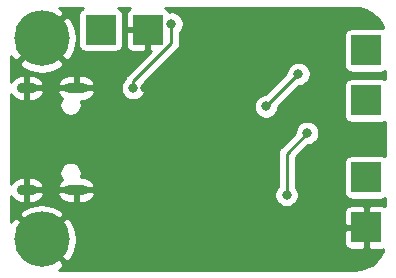
<source format=gbr>
%TF.GenerationSoftware,KiCad,Pcbnew,5.1.12-84ad8e8a86~92~ubuntu20.04.1*%
%TF.CreationDate,2023-07-09T10:21:26+02:00*%
%TF.ProjectId,tp5000_charger,74703530-3030-45f6-9368-61726765722e,rev?*%
%TF.SameCoordinates,Original*%
%TF.FileFunction,Copper,L2,Bot*%
%TF.FilePolarity,Positive*%
%FSLAX46Y46*%
G04 Gerber Fmt 4.6, Leading zero omitted, Abs format (unit mm)*
G04 Created by KiCad (PCBNEW 5.1.12-84ad8e8a86~92~ubuntu20.04.1) date 2023-07-09 10:21:26*
%MOMM*%
%LPD*%
G01*
G04 APERTURE LIST*
%TA.AperFunction,ComponentPad*%
%ADD10R,2.500000X2.500000*%
%TD*%
%TA.AperFunction,ComponentPad*%
%ADD11C,4.700000*%
%TD*%
%TA.AperFunction,ComponentPad*%
%ADD12O,2.000000X0.900000*%
%TD*%
%TA.AperFunction,ComponentPad*%
%ADD13O,1.700000X0.900000*%
%TD*%
%TA.AperFunction,ViaPad*%
%ADD14C,0.800000*%
%TD*%
%TA.AperFunction,Conductor*%
%ADD15C,0.250000*%
%TD*%
%TA.AperFunction,Conductor*%
%ADD16C,0.254000*%
%TD*%
%TA.AperFunction,Conductor*%
%ADD17C,0.100000*%
%TD*%
G04 APERTURE END LIST*
D10*
%TO.P,J2,1*%
%TO.N,GND*%
X113750000Y-128500000D03*
%TD*%
%TO.P,J6,1*%
%TO.N,B-*%
X113750000Y-124250000D03*
%TD*%
D11*
%TO.P,H2,1*%
%TO.N,GND*%
X86250000Y-129500000D03*
%TD*%
D12*
%TO.P,J7,S1*%
%TO.N,GND*%
X89180000Y-116680000D03*
X89180000Y-125320000D03*
D13*
X85010000Y-116680000D03*
X85010000Y-125320000D03*
%TD*%
D11*
%TO.P,H1,1*%
%TO.N,GND*%
X86250000Y-112500000D03*
%TD*%
D10*
%TO.P,J1,1*%
%TO.N,VIN*%
X91250000Y-111750000D03*
%TD*%
%TO.P,J3,1*%
%TO.N,B+*%
X113750000Y-113500000D03*
%TD*%
%TO.P,J4,1*%
%TO.N,GND*%
X95250000Y-111750000D03*
%TD*%
%TO.P,J5,1*%
%TO.N,B+*%
X113750000Y-117750000D03*
%TD*%
D14*
%TO.N,GND*%
X95000000Y-116650000D03*
X93250000Y-131500000D03*
X102500000Y-131250000D03*
X108500000Y-129250000D03*
X107500000Y-129250000D03*
X94750000Y-123500000D03*
X98000000Y-119500000D03*
X99500000Y-117500000D03*
X103250000Y-115250000D03*
X104500000Y-114000000D03*
X90900000Y-117768794D03*
X91000000Y-124250000D03*
%TO.N,Net-(C4-Pad1)*%
X105250000Y-118250000D03*
X108000000Y-115500000D03*
%TO.N,Net-(D2-Pad1)*%
X94001285Y-116700723D03*
X97250000Y-111250000D03*
%TO.N,Net-(U2-Pad3)*%
X108750000Y-120500000D03*
X107000000Y-125750000D03*
%TD*%
D15*
%TO.N,Net-(C4-Pad1)*%
X105250000Y-118250000D02*
X108000000Y-115500000D01*
%TO.N,Net-(D2-Pad1)*%
X97250000Y-112886323D02*
X97250000Y-111250000D01*
X94001285Y-116135038D02*
X97250000Y-112886323D01*
X94001285Y-116700723D02*
X94001285Y-116135038D01*
%TO.N,Net-(U2-Pad3)*%
X107000000Y-122250000D02*
X107000000Y-125750000D01*
X108750000Y-120500000D02*
X107000000Y-122250000D01*
%TD*%
D16*
%TO.N,GND*%
X113254317Y-109953014D02*
X113739427Y-110099477D01*
X114186844Y-110337372D01*
X114579536Y-110657645D01*
X114902542Y-111048093D01*
X115143558Y-111493841D01*
X115190066Y-111644083D01*
X115124482Y-111624188D01*
X115000000Y-111611928D01*
X112500000Y-111611928D01*
X112375518Y-111624188D01*
X112255820Y-111660498D01*
X112145506Y-111719463D01*
X112048815Y-111798815D01*
X111969463Y-111895506D01*
X111910498Y-112005820D01*
X111874188Y-112125518D01*
X111861928Y-112250000D01*
X111861928Y-114750000D01*
X111874188Y-114874482D01*
X111910498Y-114994180D01*
X111969463Y-115104494D01*
X112048815Y-115201185D01*
X112145506Y-115280537D01*
X112255820Y-115339502D01*
X112375518Y-115375812D01*
X112500000Y-115388072D01*
X115000000Y-115388072D01*
X115124482Y-115375812D01*
X115244180Y-115339502D01*
X115339999Y-115288285D01*
X115339999Y-115961715D01*
X115244180Y-115910498D01*
X115124482Y-115874188D01*
X115000000Y-115861928D01*
X112500000Y-115861928D01*
X112375518Y-115874188D01*
X112255820Y-115910498D01*
X112145506Y-115969463D01*
X112048815Y-116048815D01*
X111969463Y-116145506D01*
X111910498Y-116255820D01*
X111874188Y-116375518D01*
X111861928Y-116500000D01*
X111861928Y-119000000D01*
X111874188Y-119124482D01*
X111910498Y-119244180D01*
X111969463Y-119354494D01*
X112048815Y-119451185D01*
X112145506Y-119530537D01*
X112255820Y-119589502D01*
X112375518Y-119625812D01*
X112500000Y-119638072D01*
X115000000Y-119638072D01*
X115124482Y-119625812D01*
X115244180Y-119589502D01*
X115340000Y-119538284D01*
X115340000Y-122461716D01*
X115244180Y-122410498D01*
X115124482Y-122374188D01*
X115000000Y-122361928D01*
X112500000Y-122361928D01*
X112375518Y-122374188D01*
X112255820Y-122410498D01*
X112145506Y-122469463D01*
X112048815Y-122548815D01*
X111969463Y-122645506D01*
X111910498Y-122755820D01*
X111874188Y-122875518D01*
X111861928Y-123000000D01*
X111861928Y-125500000D01*
X111874188Y-125624482D01*
X111910498Y-125744180D01*
X111969463Y-125854494D01*
X112048815Y-125951185D01*
X112145506Y-126030537D01*
X112255820Y-126089502D01*
X112375518Y-126125812D01*
X112500000Y-126138072D01*
X115000000Y-126138072D01*
X115124482Y-126125812D01*
X115244180Y-126089502D01*
X115340001Y-126038284D01*
X115340001Y-126711716D01*
X115244180Y-126660498D01*
X115124482Y-126624188D01*
X115000000Y-126611928D01*
X114035750Y-126615000D01*
X113877000Y-126773750D01*
X113877000Y-128373000D01*
X113897000Y-128373000D01*
X113897000Y-128627000D01*
X113877000Y-128627000D01*
X113877000Y-130226250D01*
X114035750Y-130385000D01*
X115000000Y-130388072D01*
X115124482Y-130375812D01*
X115179923Y-130358994D01*
X115141648Y-130485768D01*
X114904630Y-130931533D01*
X114585543Y-131322771D01*
X114196538Y-131644584D01*
X113752440Y-131884707D01*
X113270155Y-132034000D01*
X112737352Y-132090000D01*
X87738590Y-132090000D01*
X87908702Y-131999073D01*
X88166863Y-131596468D01*
X86250000Y-129679605D01*
X86235858Y-129693748D01*
X86056253Y-129514143D01*
X86070395Y-129500000D01*
X86429605Y-129500000D01*
X88346468Y-131416863D01*
X88749073Y-131158702D01*
X89024651Y-130639285D01*
X89193601Y-130076087D01*
X89224702Y-129750000D01*
X111861928Y-129750000D01*
X111874188Y-129874482D01*
X111910498Y-129994180D01*
X111969463Y-130104494D01*
X112048815Y-130201185D01*
X112145506Y-130280537D01*
X112255820Y-130339502D01*
X112375518Y-130375812D01*
X112500000Y-130388072D01*
X113464250Y-130385000D01*
X113623000Y-130226250D01*
X113623000Y-128627000D01*
X112023750Y-128627000D01*
X111865000Y-128785750D01*
X111861928Y-129750000D01*
X89224702Y-129750000D01*
X89249430Y-129490750D01*
X89189992Y-128905767D01*
X89017571Y-128343621D01*
X88749073Y-127841298D01*
X88346468Y-127583137D01*
X86429605Y-129500000D01*
X86070395Y-129500000D01*
X84153532Y-127583137D01*
X83750927Y-127841298D01*
X83660000Y-128012680D01*
X83660000Y-127403532D01*
X84333137Y-127403532D01*
X86250000Y-129320395D01*
X88166863Y-127403532D01*
X88068415Y-127250000D01*
X111861928Y-127250000D01*
X111865000Y-128214250D01*
X112023750Y-128373000D01*
X113623000Y-128373000D01*
X113623000Y-126773750D01*
X113464250Y-126615000D01*
X112500000Y-126611928D01*
X112375518Y-126624188D01*
X112255820Y-126660498D01*
X112145506Y-126719463D01*
X112048815Y-126798815D01*
X111969463Y-126895506D01*
X111910498Y-127005820D01*
X111874188Y-127125518D01*
X111861928Y-127250000D01*
X88068415Y-127250000D01*
X87908702Y-127000927D01*
X87389285Y-126725349D01*
X86826087Y-126556399D01*
X86240750Y-126500570D01*
X85655767Y-126560008D01*
X85093621Y-126732429D01*
X84591298Y-127000927D01*
X84333137Y-127403532D01*
X83660000Y-127403532D01*
X83660000Y-125852561D01*
X83752986Y-125997408D01*
X83901609Y-126151587D01*
X84077455Y-126273809D01*
X84273767Y-126359376D01*
X84483000Y-126405000D01*
X84883000Y-126405000D01*
X84883000Y-125447000D01*
X85137000Y-125447000D01*
X85137000Y-126405000D01*
X85537000Y-126405000D01*
X85746233Y-126359376D01*
X85942545Y-126273809D01*
X86118391Y-126151587D01*
X86267014Y-125997408D01*
X86382702Y-125817197D01*
X86454408Y-125614001D01*
X87585592Y-125614001D01*
X87657298Y-125817197D01*
X87772986Y-125997408D01*
X87921609Y-126151587D01*
X88097455Y-126273809D01*
X88293767Y-126359376D01*
X88503000Y-126405000D01*
X89053000Y-126405000D01*
X89053000Y-125447000D01*
X89307000Y-125447000D01*
X89307000Y-126405000D01*
X89857000Y-126405000D01*
X90066233Y-126359376D01*
X90262545Y-126273809D01*
X90438391Y-126151587D01*
X90587014Y-125997408D01*
X90702702Y-125817197D01*
X90762388Y-125648061D01*
X105965000Y-125648061D01*
X105965000Y-125851939D01*
X106004774Y-126051898D01*
X106082795Y-126240256D01*
X106196063Y-126409774D01*
X106340226Y-126553937D01*
X106509744Y-126667205D01*
X106698102Y-126745226D01*
X106898061Y-126785000D01*
X107101939Y-126785000D01*
X107301898Y-126745226D01*
X107490256Y-126667205D01*
X107659774Y-126553937D01*
X107803937Y-126409774D01*
X107917205Y-126240256D01*
X107995226Y-126051898D01*
X108035000Y-125851939D01*
X108035000Y-125648061D01*
X107995226Y-125448102D01*
X107917205Y-125259744D01*
X107803937Y-125090226D01*
X107760000Y-125046289D01*
X107760000Y-122564801D01*
X108789802Y-121535000D01*
X108851939Y-121535000D01*
X109051898Y-121495226D01*
X109240256Y-121417205D01*
X109409774Y-121303937D01*
X109553937Y-121159774D01*
X109667205Y-120990256D01*
X109745226Y-120801898D01*
X109785000Y-120601939D01*
X109785000Y-120398061D01*
X109745226Y-120198102D01*
X109667205Y-120009744D01*
X109553937Y-119840226D01*
X109409774Y-119696063D01*
X109240256Y-119582795D01*
X109051898Y-119504774D01*
X108851939Y-119465000D01*
X108648061Y-119465000D01*
X108448102Y-119504774D01*
X108259744Y-119582795D01*
X108090226Y-119696063D01*
X107946063Y-119840226D01*
X107832795Y-120009744D01*
X107754774Y-120198102D01*
X107715000Y-120398061D01*
X107715000Y-120460198D01*
X106489003Y-121686196D01*
X106459999Y-121709999D01*
X106404871Y-121777174D01*
X106365026Y-121825724D01*
X106294455Y-121957753D01*
X106294454Y-121957754D01*
X106250997Y-122101015D01*
X106240000Y-122212668D01*
X106240000Y-122212678D01*
X106236324Y-122250000D01*
X106240000Y-122287323D01*
X106240001Y-125046288D01*
X106196063Y-125090226D01*
X106082795Y-125259744D01*
X106004774Y-125448102D01*
X105965000Y-125648061D01*
X90762388Y-125648061D01*
X90774408Y-125614001D01*
X90647502Y-125447000D01*
X89307000Y-125447000D01*
X89053000Y-125447000D01*
X87712498Y-125447000D01*
X87585592Y-125614001D01*
X86454408Y-125614001D01*
X86327502Y-125447000D01*
X85137000Y-125447000D01*
X84883000Y-125447000D01*
X84863000Y-125447000D01*
X84863000Y-125193000D01*
X84883000Y-125193000D01*
X84883000Y-124235000D01*
X85137000Y-124235000D01*
X85137000Y-125193000D01*
X86327502Y-125193000D01*
X86454408Y-125025999D01*
X87585592Y-125025999D01*
X87712498Y-125193000D01*
X89053000Y-125193000D01*
X89053000Y-125173000D01*
X89307000Y-125173000D01*
X89307000Y-125193000D01*
X90647502Y-125193000D01*
X90774408Y-125025999D01*
X90702702Y-124822803D01*
X90587014Y-124642592D01*
X90438391Y-124488413D01*
X90262545Y-124366191D01*
X90066233Y-124280624D01*
X89857000Y-124235000D01*
X89569133Y-124235000D01*
X89599068Y-124162729D01*
X89635000Y-123982089D01*
X89635000Y-123797911D01*
X89599068Y-123617271D01*
X89528586Y-123447111D01*
X89426262Y-123293972D01*
X89296028Y-123163738D01*
X89142889Y-123061414D01*
X88972729Y-122990932D01*
X88792089Y-122955000D01*
X88607911Y-122955000D01*
X88427271Y-122990932D01*
X88257111Y-123061414D01*
X88103972Y-123163738D01*
X87973738Y-123293972D01*
X87871414Y-123447111D01*
X87800932Y-123617271D01*
X87765000Y-123797911D01*
X87765000Y-123982089D01*
X87800932Y-124162729D01*
X87871414Y-124332889D01*
X87958294Y-124462915D01*
X87921609Y-124488413D01*
X87772986Y-124642592D01*
X87657298Y-124822803D01*
X87585592Y-125025999D01*
X86454408Y-125025999D01*
X86382702Y-124822803D01*
X86267014Y-124642592D01*
X86118391Y-124488413D01*
X85942545Y-124366191D01*
X85746233Y-124280624D01*
X85537000Y-124235000D01*
X85137000Y-124235000D01*
X84883000Y-124235000D01*
X84483000Y-124235000D01*
X84273767Y-124280624D01*
X84077455Y-124366191D01*
X83901609Y-124488413D01*
X83752986Y-124642592D01*
X83660000Y-124787439D01*
X83660000Y-117212561D01*
X83752986Y-117357408D01*
X83901609Y-117511587D01*
X84077455Y-117633809D01*
X84273767Y-117719376D01*
X84483000Y-117765000D01*
X84883000Y-117765000D01*
X84883000Y-116807000D01*
X85137000Y-116807000D01*
X85137000Y-117765000D01*
X85537000Y-117765000D01*
X85746233Y-117719376D01*
X85942545Y-117633809D01*
X86118391Y-117511587D01*
X86267014Y-117357408D01*
X86382702Y-117177197D01*
X86454408Y-116974001D01*
X87585592Y-116974001D01*
X87657298Y-117177197D01*
X87772986Y-117357408D01*
X87921609Y-117511587D01*
X87958294Y-117537085D01*
X87871414Y-117667111D01*
X87800932Y-117837271D01*
X87765000Y-118017911D01*
X87765000Y-118202089D01*
X87800932Y-118382729D01*
X87871414Y-118552889D01*
X87973738Y-118706028D01*
X88103972Y-118836262D01*
X88257111Y-118938586D01*
X88427271Y-119009068D01*
X88607911Y-119045000D01*
X88792089Y-119045000D01*
X88972729Y-119009068D01*
X89142889Y-118938586D01*
X89296028Y-118836262D01*
X89426262Y-118706028D01*
X89528586Y-118552889D01*
X89599068Y-118382729D01*
X89635000Y-118202089D01*
X89635000Y-118148061D01*
X104215000Y-118148061D01*
X104215000Y-118351939D01*
X104254774Y-118551898D01*
X104332795Y-118740256D01*
X104446063Y-118909774D01*
X104590226Y-119053937D01*
X104759744Y-119167205D01*
X104948102Y-119245226D01*
X105148061Y-119285000D01*
X105351939Y-119285000D01*
X105551898Y-119245226D01*
X105740256Y-119167205D01*
X105909774Y-119053937D01*
X106053937Y-118909774D01*
X106167205Y-118740256D01*
X106245226Y-118551898D01*
X106285000Y-118351939D01*
X106285000Y-118289801D01*
X108039802Y-116535000D01*
X108101939Y-116535000D01*
X108301898Y-116495226D01*
X108490256Y-116417205D01*
X108659774Y-116303937D01*
X108803937Y-116159774D01*
X108917205Y-115990256D01*
X108995226Y-115801898D01*
X109035000Y-115601939D01*
X109035000Y-115398061D01*
X108995226Y-115198102D01*
X108917205Y-115009744D01*
X108803937Y-114840226D01*
X108659774Y-114696063D01*
X108490256Y-114582795D01*
X108301898Y-114504774D01*
X108101939Y-114465000D01*
X107898061Y-114465000D01*
X107698102Y-114504774D01*
X107509744Y-114582795D01*
X107340226Y-114696063D01*
X107196063Y-114840226D01*
X107082795Y-115009744D01*
X107004774Y-115198102D01*
X106965000Y-115398061D01*
X106965000Y-115460198D01*
X105210199Y-117215000D01*
X105148061Y-117215000D01*
X104948102Y-117254774D01*
X104759744Y-117332795D01*
X104590226Y-117446063D01*
X104446063Y-117590226D01*
X104332795Y-117759744D01*
X104254774Y-117948102D01*
X104215000Y-118148061D01*
X89635000Y-118148061D01*
X89635000Y-118017911D01*
X89599068Y-117837271D01*
X89569133Y-117765000D01*
X89857000Y-117765000D01*
X90066233Y-117719376D01*
X90262545Y-117633809D01*
X90438391Y-117511587D01*
X90587014Y-117357408D01*
X90702702Y-117177197D01*
X90774408Y-116974001D01*
X90647502Y-116807000D01*
X89307000Y-116807000D01*
X89307000Y-116827000D01*
X89053000Y-116827000D01*
X89053000Y-116807000D01*
X87712498Y-116807000D01*
X87585592Y-116974001D01*
X86454408Y-116974001D01*
X86327502Y-116807000D01*
X85137000Y-116807000D01*
X84883000Y-116807000D01*
X84863000Y-116807000D01*
X84863000Y-116553000D01*
X84883000Y-116553000D01*
X84883000Y-115595000D01*
X85137000Y-115595000D01*
X85137000Y-116553000D01*
X86327502Y-116553000D01*
X86454408Y-116385999D01*
X87585592Y-116385999D01*
X87712498Y-116553000D01*
X89053000Y-116553000D01*
X89053000Y-115595000D01*
X89307000Y-115595000D01*
X89307000Y-116553000D01*
X90647502Y-116553000D01*
X90774408Y-116385999D01*
X90702702Y-116182803D01*
X90587014Y-116002592D01*
X90438391Y-115848413D01*
X90262545Y-115726191D01*
X90066233Y-115640624D01*
X89857000Y-115595000D01*
X89307000Y-115595000D01*
X89053000Y-115595000D01*
X88503000Y-115595000D01*
X88293767Y-115640624D01*
X88097455Y-115726191D01*
X87921609Y-115848413D01*
X87772986Y-116002592D01*
X87657298Y-116182803D01*
X87585592Y-116385999D01*
X86454408Y-116385999D01*
X86382702Y-116182803D01*
X86267014Y-116002592D01*
X86118391Y-115848413D01*
X85942545Y-115726191D01*
X85746233Y-115640624D01*
X85537000Y-115595000D01*
X85137000Y-115595000D01*
X84883000Y-115595000D01*
X84483000Y-115595000D01*
X84273767Y-115640624D01*
X84077455Y-115726191D01*
X83901609Y-115848413D01*
X83752986Y-116002592D01*
X83660000Y-116147439D01*
X83660000Y-114596468D01*
X84333137Y-114596468D01*
X84591298Y-114999073D01*
X85110715Y-115274651D01*
X85673913Y-115443601D01*
X86259250Y-115499430D01*
X86844233Y-115439992D01*
X87406379Y-115267571D01*
X87908702Y-114999073D01*
X88166863Y-114596468D01*
X86250000Y-112679605D01*
X84333137Y-114596468D01*
X83660000Y-114596468D01*
X83660000Y-113988590D01*
X83750927Y-114158702D01*
X84153532Y-114416863D01*
X86070395Y-112500000D01*
X86429605Y-112500000D01*
X88346468Y-114416863D01*
X88749073Y-114158702D01*
X89024651Y-113639285D01*
X89193601Y-113076087D01*
X89249430Y-112490750D01*
X89189992Y-111905767D01*
X89017571Y-111343621D01*
X88749073Y-110841298D01*
X88346468Y-110583137D01*
X86429605Y-112500000D01*
X86070395Y-112500000D01*
X86056253Y-112485858D01*
X86235858Y-112306253D01*
X86250000Y-112320395D01*
X88166863Y-110403532D01*
X87908702Y-110000927D01*
X87736304Y-109909461D01*
X89761657Y-109908727D01*
X89755820Y-109910498D01*
X89645506Y-109969463D01*
X89548815Y-110048815D01*
X89469463Y-110145506D01*
X89410498Y-110255820D01*
X89374188Y-110375518D01*
X89361928Y-110500000D01*
X89361928Y-113000000D01*
X89374188Y-113124482D01*
X89410498Y-113244180D01*
X89469463Y-113354494D01*
X89548815Y-113451185D01*
X89645506Y-113530537D01*
X89755820Y-113589502D01*
X89875518Y-113625812D01*
X90000000Y-113638072D01*
X92500000Y-113638072D01*
X92624482Y-113625812D01*
X92744180Y-113589502D01*
X92854494Y-113530537D01*
X92951185Y-113451185D01*
X93030537Y-113354494D01*
X93089502Y-113244180D01*
X93125812Y-113124482D01*
X93138072Y-113000000D01*
X93361928Y-113000000D01*
X93374188Y-113124482D01*
X93410498Y-113244180D01*
X93469463Y-113354494D01*
X93548815Y-113451185D01*
X93645506Y-113530537D01*
X93755820Y-113589502D01*
X93875518Y-113625812D01*
X94000000Y-113638072D01*
X94964250Y-113635000D01*
X95123000Y-113476250D01*
X95123000Y-111877000D01*
X93523750Y-111877000D01*
X93365000Y-112035750D01*
X93361928Y-113000000D01*
X93138072Y-113000000D01*
X93138072Y-110500000D01*
X93125812Y-110375518D01*
X93089502Y-110255820D01*
X93030537Y-110145506D01*
X92951185Y-110048815D01*
X92854494Y-109969463D01*
X92744180Y-109910498D01*
X92734792Y-109907650D01*
X93766440Y-109907277D01*
X93755820Y-109910498D01*
X93645506Y-109969463D01*
X93548815Y-110048815D01*
X93469463Y-110145506D01*
X93410498Y-110255820D01*
X93374188Y-110375518D01*
X93361928Y-110500000D01*
X93365000Y-111464250D01*
X93523750Y-111623000D01*
X95123000Y-111623000D01*
X95123000Y-111603000D01*
X95377000Y-111603000D01*
X95377000Y-111623000D01*
X95397000Y-111623000D01*
X95397000Y-111877000D01*
X95377000Y-111877000D01*
X95377000Y-113476250D01*
X95481136Y-113580386D01*
X93490283Y-115571239D01*
X93461285Y-115595037D01*
X93437487Y-115624035D01*
X93437486Y-115624036D01*
X93366311Y-115710762D01*
X93327422Y-115783518D01*
X93295739Y-115842791D01*
X93252298Y-115985999D01*
X93197348Y-116040949D01*
X93084080Y-116210467D01*
X93006059Y-116398825D01*
X92966285Y-116598784D01*
X92966285Y-116802662D01*
X93006059Y-117002621D01*
X93084080Y-117190979D01*
X93197348Y-117360497D01*
X93341511Y-117504660D01*
X93511029Y-117617928D01*
X93699387Y-117695949D01*
X93899346Y-117735723D01*
X94103224Y-117735723D01*
X94303183Y-117695949D01*
X94491541Y-117617928D01*
X94661059Y-117504660D01*
X94805222Y-117360497D01*
X94918490Y-117190979D01*
X94996511Y-117002621D01*
X95036285Y-116802662D01*
X95036285Y-116598784D01*
X94996511Y-116398825D01*
X94942556Y-116268568D01*
X97761004Y-113450121D01*
X97790001Y-113426324D01*
X97884974Y-113310599D01*
X97955546Y-113178570D01*
X97999003Y-113035309D01*
X98010000Y-112923656D01*
X98010000Y-112923646D01*
X98013676Y-112886323D01*
X98010000Y-112849000D01*
X98010000Y-111953711D01*
X98053937Y-111909774D01*
X98167205Y-111740256D01*
X98245226Y-111551898D01*
X98285000Y-111351939D01*
X98285000Y-111148061D01*
X98245226Y-110948102D01*
X98167205Y-110759744D01*
X98053937Y-110590226D01*
X97909774Y-110446063D01*
X97740256Y-110332795D01*
X97551898Y-110254774D01*
X97351939Y-110215000D01*
X97148061Y-110215000D01*
X97075408Y-110229452D01*
X97030537Y-110145506D01*
X96951185Y-110048815D01*
X96854494Y-109969463D01*
X96744180Y-109910498D01*
X96730021Y-109906203D01*
X112717839Y-109900411D01*
X113254317Y-109953014D01*
%TA.AperFunction,Conductor*%
D17*
G36*
X113254317Y-109953014D02*
G01*
X113739427Y-110099477D01*
X114186844Y-110337372D01*
X114579536Y-110657645D01*
X114902542Y-111048093D01*
X115143558Y-111493841D01*
X115190066Y-111644083D01*
X115124482Y-111624188D01*
X115000000Y-111611928D01*
X112500000Y-111611928D01*
X112375518Y-111624188D01*
X112255820Y-111660498D01*
X112145506Y-111719463D01*
X112048815Y-111798815D01*
X111969463Y-111895506D01*
X111910498Y-112005820D01*
X111874188Y-112125518D01*
X111861928Y-112250000D01*
X111861928Y-114750000D01*
X111874188Y-114874482D01*
X111910498Y-114994180D01*
X111969463Y-115104494D01*
X112048815Y-115201185D01*
X112145506Y-115280537D01*
X112255820Y-115339502D01*
X112375518Y-115375812D01*
X112500000Y-115388072D01*
X115000000Y-115388072D01*
X115124482Y-115375812D01*
X115244180Y-115339502D01*
X115339999Y-115288285D01*
X115339999Y-115961715D01*
X115244180Y-115910498D01*
X115124482Y-115874188D01*
X115000000Y-115861928D01*
X112500000Y-115861928D01*
X112375518Y-115874188D01*
X112255820Y-115910498D01*
X112145506Y-115969463D01*
X112048815Y-116048815D01*
X111969463Y-116145506D01*
X111910498Y-116255820D01*
X111874188Y-116375518D01*
X111861928Y-116500000D01*
X111861928Y-119000000D01*
X111874188Y-119124482D01*
X111910498Y-119244180D01*
X111969463Y-119354494D01*
X112048815Y-119451185D01*
X112145506Y-119530537D01*
X112255820Y-119589502D01*
X112375518Y-119625812D01*
X112500000Y-119638072D01*
X115000000Y-119638072D01*
X115124482Y-119625812D01*
X115244180Y-119589502D01*
X115340000Y-119538284D01*
X115340000Y-122461716D01*
X115244180Y-122410498D01*
X115124482Y-122374188D01*
X115000000Y-122361928D01*
X112500000Y-122361928D01*
X112375518Y-122374188D01*
X112255820Y-122410498D01*
X112145506Y-122469463D01*
X112048815Y-122548815D01*
X111969463Y-122645506D01*
X111910498Y-122755820D01*
X111874188Y-122875518D01*
X111861928Y-123000000D01*
X111861928Y-125500000D01*
X111874188Y-125624482D01*
X111910498Y-125744180D01*
X111969463Y-125854494D01*
X112048815Y-125951185D01*
X112145506Y-126030537D01*
X112255820Y-126089502D01*
X112375518Y-126125812D01*
X112500000Y-126138072D01*
X115000000Y-126138072D01*
X115124482Y-126125812D01*
X115244180Y-126089502D01*
X115340001Y-126038284D01*
X115340001Y-126711716D01*
X115244180Y-126660498D01*
X115124482Y-126624188D01*
X115000000Y-126611928D01*
X114035750Y-126615000D01*
X113877000Y-126773750D01*
X113877000Y-128373000D01*
X113897000Y-128373000D01*
X113897000Y-128627000D01*
X113877000Y-128627000D01*
X113877000Y-130226250D01*
X114035750Y-130385000D01*
X115000000Y-130388072D01*
X115124482Y-130375812D01*
X115179923Y-130358994D01*
X115141648Y-130485768D01*
X114904630Y-130931533D01*
X114585543Y-131322771D01*
X114196538Y-131644584D01*
X113752440Y-131884707D01*
X113270155Y-132034000D01*
X112737352Y-132090000D01*
X87738590Y-132090000D01*
X87908702Y-131999073D01*
X88166863Y-131596468D01*
X86250000Y-129679605D01*
X86235858Y-129693748D01*
X86056253Y-129514143D01*
X86070395Y-129500000D01*
X86429605Y-129500000D01*
X88346468Y-131416863D01*
X88749073Y-131158702D01*
X89024651Y-130639285D01*
X89193601Y-130076087D01*
X89224702Y-129750000D01*
X111861928Y-129750000D01*
X111874188Y-129874482D01*
X111910498Y-129994180D01*
X111969463Y-130104494D01*
X112048815Y-130201185D01*
X112145506Y-130280537D01*
X112255820Y-130339502D01*
X112375518Y-130375812D01*
X112500000Y-130388072D01*
X113464250Y-130385000D01*
X113623000Y-130226250D01*
X113623000Y-128627000D01*
X112023750Y-128627000D01*
X111865000Y-128785750D01*
X111861928Y-129750000D01*
X89224702Y-129750000D01*
X89249430Y-129490750D01*
X89189992Y-128905767D01*
X89017571Y-128343621D01*
X88749073Y-127841298D01*
X88346468Y-127583137D01*
X86429605Y-129500000D01*
X86070395Y-129500000D01*
X84153532Y-127583137D01*
X83750927Y-127841298D01*
X83660000Y-128012680D01*
X83660000Y-127403532D01*
X84333137Y-127403532D01*
X86250000Y-129320395D01*
X88166863Y-127403532D01*
X88068415Y-127250000D01*
X111861928Y-127250000D01*
X111865000Y-128214250D01*
X112023750Y-128373000D01*
X113623000Y-128373000D01*
X113623000Y-126773750D01*
X113464250Y-126615000D01*
X112500000Y-126611928D01*
X112375518Y-126624188D01*
X112255820Y-126660498D01*
X112145506Y-126719463D01*
X112048815Y-126798815D01*
X111969463Y-126895506D01*
X111910498Y-127005820D01*
X111874188Y-127125518D01*
X111861928Y-127250000D01*
X88068415Y-127250000D01*
X87908702Y-127000927D01*
X87389285Y-126725349D01*
X86826087Y-126556399D01*
X86240750Y-126500570D01*
X85655767Y-126560008D01*
X85093621Y-126732429D01*
X84591298Y-127000927D01*
X84333137Y-127403532D01*
X83660000Y-127403532D01*
X83660000Y-125852561D01*
X83752986Y-125997408D01*
X83901609Y-126151587D01*
X84077455Y-126273809D01*
X84273767Y-126359376D01*
X84483000Y-126405000D01*
X84883000Y-126405000D01*
X84883000Y-125447000D01*
X85137000Y-125447000D01*
X85137000Y-126405000D01*
X85537000Y-126405000D01*
X85746233Y-126359376D01*
X85942545Y-126273809D01*
X86118391Y-126151587D01*
X86267014Y-125997408D01*
X86382702Y-125817197D01*
X86454408Y-125614001D01*
X87585592Y-125614001D01*
X87657298Y-125817197D01*
X87772986Y-125997408D01*
X87921609Y-126151587D01*
X88097455Y-126273809D01*
X88293767Y-126359376D01*
X88503000Y-126405000D01*
X89053000Y-126405000D01*
X89053000Y-125447000D01*
X89307000Y-125447000D01*
X89307000Y-126405000D01*
X89857000Y-126405000D01*
X90066233Y-126359376D01*
X90262545Y-126273809D01*
X90438391Y-126151587D01*
X90587014Y-125997408D01*
X90702702Y-125817197D01*
X90762388Y-125648061D01*
X105965000Y-125648061D01*
X105965000Y-125851939D01*
X106004774Y-126051898D01*
X106082795Y-126240256D01*
X106196063Y-126409774D01*
X106340226Y-126553937D01*
X106509744Y-126667205D01*
X106698102Y-126745226D01*
X106898061Y-126785000D01*
X107101939Y-126785000D01*
X107301898Y-126745226D01*
X107490256Y-126667205D01*
X107659774Y-126553937D01*
X107803937Y-126409774D01*
X107917205Y-126240256D01*
X107995226Y-126051898D01*
X108035000Y-125851939D01*
X108035000Y-125648061D01*
X107995226Y-125448102D01*
X107917205Y-125259744D01*
X107803937Y-125090226D01*
X107760000Y-125046289D01*
X107760000Y-122564801D01*
X108789802Y-121535000D01*
X108851939Y-121535000D01*
X109051898Y-121495226D01*
X109240256Y-121417205D01*
X109409774Y-121303937D01*
X109553937Y-121159774D01*
X109667205Y-120990256D01*
X109745226Y-120801898D01*
X109785000Y-120601939D01*
X109785000Y-120398061D01*
X109745226Y-120198102D01*
X109667205Y-120009744D01*
X109553937Y-119840226D01*
X109409774Y-119696063D01*
X109240256Y-119582795D01*
X109051898Y-119504774D01*
X108851939Y-119465000D01*
X108648061Y-119465000D01*
X108448102Y-119504774D01*
X108259744Y-119582795D01*
X108090226Y-119696063D01*
X107946063Y-119840226D01*
X107832795Y-120009744D01*
X107754774Y-120198102D01*
X107715000Y-120398061D01*
X107715000Y-120460198D01*
X106489003Y-121686196D01*
X106459999Y-121709999D01*
X106404871Y-121777174D01*
X106365026Y-121825724D01*
X106294455Y-121957753D01*
X106294454Y-121957754D01*
X106250997Y-122101015D01*
X106240000Y-122212668D01*
X106240000Y-122212678D01*
X106236324Y-122250000D01*
X106240000Y-122287323D01*
X106240001Y-125046288D01*
X106196063Y-125090226D01*
X106082795Y-125259744D01*
X106004774Y-125448102D01*
X105965000Y-125648061D01*
X90762388Y-125648061D01*
X90774408Y-125614001D01*
X90647502Y-125447000D01*
X89307000Y-125447000D01*
X89053000Y-125447000D01*
X87712498Y-125447000D01*
X87585592Y-125614001D01*
X86454408Y-125614001D01*
X86327502Y-125447000D01*
X85137000Y-125447000D01*
X84883000Y-125447000D01*
X84863000Y-125447000D01*
X84863000Y-125193000D01*
X84883000Y-125193000D01*
X84883000Y-124235000D01*
X85137000Y-124235000D01*
X85137000Y-125193000D01*
X86327502Y-125193000D01*
X86454408Y-125025999D01*
X87585592Y-125025999D01*
X87712498Y-125193000D01*
X89053000Y-125193000D01*
X89053000Y-125173000D01*
X89307000Y-125173000D01*
X89307000Y-125193000D01*
X90647502Y-125193000D01*
X90774408Y-125025999D01*
X90702702Y-124822803D01*
X90587014Y-124642592D01*
X90438391Y-124488413D01*
X90262545Y-124366191D01*
X90066233Y-124280624D01*
X89857000Y-124235000D01*
X89569133Y-124235000D01*
X89599068Y-124162729D01*
X89635000Y-123982089D01*
X89635000Y-123797911D01*
X89599068Y-123617271D01*
X89528586Y-123447111D01*
X89426262Y-123293972D01*
X89296028Y-123163738D01*
X89142889Y-123061414D01*
X88972729Y-122990932D01*
X88792089Y-122955000D01*
X88607911Y-122955000D01*
X88427271Y-122990932D01*
X88257111Y-123061414D01*
X88103972Y-123163738D01*
X87973738Y-123293972D01*
X87871414Y-123447111D01*
X87800932Y-123617271D01*
X87765000Y-123797911D01*
X87765000Y-123982089D01*
X87800932Y-124162729D01*
X87871414Y-124332889D01*
X87958294Y-124462915D01*
X87921609Y-124488413D01*
X87772986Y-124642592D01*
X87657298Y-124822803D01*
X87585592Y-125025999D01*
X86454408Y-125025999D01*
X86382702Y-124822803D01*
X86267014Y-124642592D01*
X86118391Y-124488413D01*
X85942545Y-124366191D01*
X85746233Y-124280624D01*
X85537000Y-124235000D01*
X85137000Y-124235000D01*
X84883000Y-124235000D01*
X84483000Y-124235000D01*
X84273767Y-124280624D01*
X84077455Y-124366191D01*
X83901609Y-124488413D01*
X83752986Y-124642592D01*
X83660000Y-124787439D01*
X83660000Y-117212561D01*
X83752986Y-117357408D01*
X83901609Y-117511587D01*
X84077455Y-117633809D01*
X84273767Y-117719376D01*
X84483000Y-117765000D01*
X84883000Y-117765000D01*
X84883000Y-116807000D01*
X85137000Y-116807000D01*
X85137000Y-117765000D01*
X85537000Y-117765000D01*
X85746233Y-117719376D01*
X85942545Y-117633809D01*
X86118391Y-117511587D01*
X86267014Y-117357408D01*
X86382702Y-117177197D01*
X86454408Y-116974001D01*
X87585592Y-116974001D01*
X87657298Y-117177197D01*
X87772986Y-117357408D01*
X87921609Y-117511587D01*
X87958294Y-117537085D01*
X87871414Y-117667111D01*
X87800932Y-117837271D01*
X87765000Y-118017911D01*
X87765000Y-118202089D01*
X87800932Y-118382729D01*
X87871414Y-118552889D01*
X87973738Y-118706028D01*
X88103972Y-118836262D01*
X88257111Y-118938586D01*
X88427271Y-119009068D01*
X88607911Y-119045000D01*
X88792089Y-119045000D01*
X88972729Y-119009068D01*
X89142889Y-118938586D01*
X89296028Y-118836262D01*
X89426262Y-118706028D01*
X89528586Y-118552889D01*
X89599068Y-118382729D01*
X89635000Y-118202089D01*
X89635000Y-118148061D01*
X104215000Y-118148061D01*
X104215000Y-118351939D01*
X104254774Y-118551898D01*
X104332795Y-118740256D01*
X104446063Y-118909774D01*
X104590226Y-119053937D01*
X104759744Y-119167205D01*
X104948102Y-119245226D01*
X105148061Y-119285000D01*
X105351939Y-119285000D01*
X105551898Y-119245226D01*
X105740256Y-119167205D01*
X105909774Y-119053937D01*
X106053937Y-118909774D01*
X106167205Y-118740256D01*
X106245226Y-118551898D01*
X106285000Y-118351939D01*
X106285000Y-118289801D01*
X108039802Y-116535000D01*
X108101939Y-116535000D01*
X108301898Y-116495226D01*
X108490256Y-116417205D01*
X108659774Y-116303937D01*
X108803937Y-116159774D01*
X108917205Y-115990256D01*
X108995226Y-115801898D01*
X109035000Y-115601939D01*
X109035000Y-115398061D01*
X108995226Y-115198102D01*
X108917205Y-115009744D01*
X108803937Y-114840226D01*
X108659774Y-114696063D01*
X108490256Y-114582795D01*
X108301898Y-114504774D01*
X108101939Y-114465000D01*
X107898061Y-114465000D01*
X107698102Y-114504774D01*
X107509744Y-114582795D01*
X107340226Y-114696063D01*
X107196063Y-114840226D01*
X107082795Y-115009744D01*
X107004774Y-115198102D01*
X106965000Y-115398061D01*
X106965000Y-115460198D01*
X105210199Y-117215000D01*
X105148061Y-117215000D01*
X104948102Y-117254774D01*
X104759744Y-117332795D01*
X104590226Y-117446063D01*
X104446063Y-117590226D01*
X104332795Y-117759744D01*
X104254774Y-117948102D01*
X104215000Y-118148061D01*
X89635000Y-118148061D01*
X89635000Y-118017911D01*
X89599068Y-117837271D01*
X89569133Y-117765000D01*
X89857000Y-117765000D01*
X90066233Y-117719376D01*
X90262545Y-117633809D01*
X90438391Y-117511587D01*
X90587014Y-117357408D01*
X90702702Y-117177197D01*
X90774408Y-116974001D01*
X90647502Y-116807000D01*
X89307000Y-116807000D01*
X89307000Y-116827000D01*
X89053000Y-116827000D01*
X89053000Y-116807000D01*
X87712498Y-116807000D01*
X87585592Y-116974001D01*
X86454408Y-116974001D01*
X86327502Y-116807000D01*
X85137000Y-116807000D01*
X84883000Y-116807000D01*
X84863000Y-116807000D01*
X84863000Y-116553000D01*
X84883000Y-116553000D01*
X84883000Y-115595000D01*
X85137000Y-115595000D01*
X85137000Y-116553000D01*
X86327502Y-116553000D01*
X86454408Y-116385999D01*
X87585592Y-116385999D01*
X87712498Y-116553000D01*
X89053000Y-116553000D01*
X89053000Y-115595000D01*
X89307000Y-115595000D01*
X89307000Y-116553000D01*
X90647502Y-116553000D01*
X90774408Y-116385999D01*
X90702702Y-116182803D01*
X90587014Y-116002592D01*
X90438391Y-115848413D01*
X90262545Y-115726191D01*
X90066233Y-115640624D01*
X89857000Y-115595000D01*
X89307000Y-115595000D01*
X89053000Y-115595000D01*
X88503000Y-115595000D01*
X88293767Y-115640624D01*
X88097455Y-115726191D01*
X87921609Y-115848413D01*
X87772986Y-116002592D01*
X87657298Y-116182803D01*
X87585592Y-116385999D01*
X86454408Y-116385999D01*
X86382702Y-116182803D01*
X86267014Y-116002592D01*
X86118391Y-115848413D01*
X85942545Y-115726191D01*
X85746233Y-115640624D01*
X85537000Y-115595000D01*
X85137000Y-115595000D01*
X84883000Y-115595000D01*
X84483000Y-115595000D01*
X84273767Y-115640624D01*
X84077455Y-115726191D01*
X83901609Y-115848413D01*
X83752986Y-116002592D01*
X83660000Y-116147439D01*
X83660000Y-114596468D01*
X84333137Y-114596468D01*
X84591298Y-114999073D01*
X85110715Y-115274651D01*
X85673913Y-115443601D01*
X86259250Y-115499430D01*
X86844233Y-115439992D01*
X87406379Y-115267571D01*
X87908702Y-114999073D01*
X88166863Y-114596468D01*
X86250000Y-112679605D01*
X84333137Y-114596468D01*
X83660000Y-114596468D01*
X83660000Y-113988590D01*
X83750927Y-114158702D01*
X84153532Y-114416863D01*
X86070395Y-112500000D01*
X86429605Y-112500000D01*
X88346468Y-114416863D01*
X88749073Y-114158702D01*
X89024651Y-113639285D01*
X89193601Y-113076087D01*
X89249430Y-112490750D01*
X89189992Y-111905767D01*
X89017571Y-111343621D01*
X88749073Y-110841298D01*
X88346468Y-110583137D01*
X86429605Y-112500000D01*
X86070395Y-112500000D01*
X86056253Y-112485858D01*
X86235858Y-112306253D01*
X86250000Y-112320395D01*
X88166863Y-110403532D01*
X87908702Y-110000927D01*
X87736304Y-109909461D01*
X89761657Y-109908727D01*
X89755820Y-109910498D01*
X89645506Y-109969463D01*
X89548815Y-110048815D01*
X89469463Y-110145506D01*
X89410498Y-110255820D01*
X89374188Y-110375518D01*
X89361928Y-110500000D01*
X89361928Y-113000000D01*
X89374188Y-113124482D01*
X89410498Y-113244180D01*
X89469463Y-113354494D01*
X89548815Y-113451185D01*
X89645506Y-113530537D01*
X89755820Y-113589502D01*
X89875518Y-113625812D01*
X90000000Y-113638072D01*
X92500000Y-113638072D01*
X92624482Y-113625812D01*
X92744180Y-113589502D01*
X92854494Y-113530537D01*
X92951185Y-113451185D01*
X93030537Y-113354494D01*
X93089502Y-113244180D01*
X93125812Y-113124482D01*
X93138072Y-113000000D01*
X93361928Y-113000000D01*
X93374188Y-113124482D01*
X93410498Y-113244180D01*
X93469463Y-113354494D01*
X93548815Y-113451185D01*
X93645506Y-113530537D01*
X93755820Y-113589502D01*
X93875518Y-113625812D01*
X94000000Y-113638072D01*
X94964250Y-113635000D01*
X95123000Y-113476250D01*
X95123000Y-111877000D01*
X93523750Y-111877000D01*
X93365000Y-112035750D01*
X93361928Y-113000000D01*
X93138072Y-113000000D01*
X93138072Y-110500000D01*
X93125812Y-110375518D01*
X93089502Y-110255820D01*
X93030537Y-110145506D01*
X92951185Y-110048815D01*
X92854494Y-109969463D01*
X92744180Y-109910498D01*
X92734792Y-109907650D01*
X93766440Y-109907277D01*
X93755820Y-109910498D01*
X93645506Y-109969463D01*
X93548815Y-110048815D01*
X93469463Y-110145506D01*
X93410498Y-110255820D01*
X93374188Y-110375518D01*
X93361928Y-110500000D01*
X93365000Y-111464250D01*
X93523750Y-111623000D01*
X95123000Y-111623000D01*
X95123000Y-111603000D01*
X95377000Y-111603000D01*
X95377000Y-111623000D01*
X95397000Y-111623000D01*
X95397000Y-111877000D01*
X95377000Y-111877000D01*
X95377000Y-113476250D01*
X95481136Y-113580386D01*
X93490283Y-115571239D01*
X93461285Y-115595037D01*
X93437487Y-115624035D01*
X93437486Y-115624036D01*
X93366311Y-115710762D01*
X93327422Y-115783518D01*
X93295739Y-115842791D01*
X93252298Y-115985999D01*
X93197348Y-116040949D01*
X93084080Y-116210467D01*
X93006059Y-116398825D01*
X92966285Y-116598784D01*
X92966285Y-116802662D01*
X93006059Y-117002621D01*
X93084080Y-117190979D01*
X93197348Y-117360497D01*
X93341511Y-117504660D01*
X93511029Y-117617928D01*
X93699387Y-117695949D01*
X93899346Y-117735723D01*
X94103224Y-117735723D01*
X94303183Y-117695949D01*
X94491541Y-117617928D01*
X94661059Y-117504660D01*
X94805222Y-117360497D01*
X94918490Y-117190979D01*
X94996511Y-117002621D01*
X95036285Y-116802662D01*
X95036285Y-116598784D01*
X94996511Y-116398825D01*
X94942556Y-116268568D01*
X97761004Y-113450121D01*
X97790001Y-113426324D01*
X97884974Y-113310599D01*
X97955546Y-113178570D01*
X97999003Y-113035309D01*
X98010000Y-112923656D01*
X98010000Y-112923646D01*
X98013676Y-112886323D01*
X98010000Y-112849000D01*
X98010000Y-111953711D01*
X98053937Y-111909774D01*
X98167205Y-111740256D01*
X98245226Y-111551898D01*
X98285000Y-111351939D01*
X98285000Y-111148061D01*
X98245226Y-110948102D01*
X98167205Y-110759744D01*
X98053937Y-110590226D01*
X97909774Y-110446063D01*
X97740256Y-110332795D01*
X97551898Y-110254774D01*
X97351939Y-110215000D01*
X97148061Y-110215000D01*
X97075408Y-110229452D01*
X97030537Y-110145506D01*
X96951185Y-110048815D01*
X96854494Y-109969463D01*
X96744180Y-109910498D01*
X96730021Y-109906203D01*
X112717839Y-109900411D01*
X113254317Y-109953014D01*
G37*
%TD.AperFunction*%
%TD*%
M02*

</source>
